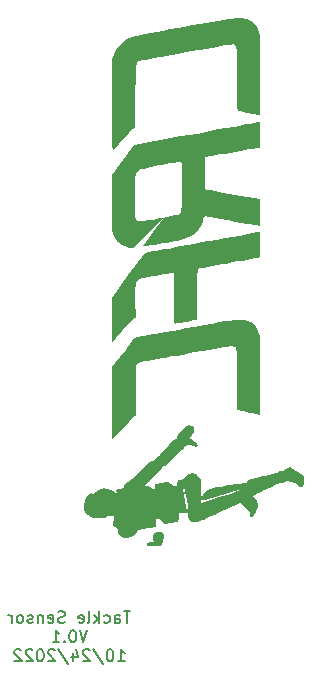
<source format=gbo>
%TF.GenerationSoftware,KiCad,Pcbnew,(6.0.1-0)*%
%TF.CreationDate,2022-10-24T18:59:45-05:00*%
%TF.ProjectId,tackle_sensor_hardware,7461636b-6c65-45f7-9365-6e736f725f68,rev?*%
%TF.SameCoordinates,Original*%
%TF.FileFunction,Legend,Bot*%
%TF.FilePolarity,Positive*%
%FSLAX46Y46*%
G04 Gerber Fmt 4.6, Leading zero omitted, Abs format (unit mm)*
G04 Created by KiCad (PCBNEW (6.0.1-0)) date 2022-10-24 18:59:45*
%MOMM*%
%LPD*%
G01*
G04 APERTURE LIST*
G04 Aperture macros list*
%AMRoundRect*
0 Rectangle with rounded corners*
0 $1 Rounding radius*
0 $2 $3 $4 $5 $6 $7 $8 $9 X,Y pos of 4 corners*
0 Add a 4 corners polygon primitive as box body*
4,1,4,$2,$3,$4,$5,$6,$7,$8,$9,$2,$3,0*
0 Add four circle primitives for the rounded corners*
1,1,$1+$1,$2,$3*
1,1,$1+$1,$4,$5*
1,1,$1+$1,$6,$7*
1,1,$1+$1,$8,$9*
0 Add four rect primitives between the rounded corners*
20,1,$1+$1,$2,$3,$4,$5,0*
20,1,$1+$1,$4,$5,$6,$7,0*
20,1,$1+$1,$6,$7,$8,$9,0*
20,1,$1+$1,$8,$9,$2,$3,0*%
G04 Aperture macros list end*
%ADD10C,0.150000*%
%ADD11C,0.300000*%
%ADD12RoundRect,0.250000X-0.725000X0.600000X-0.725000X-0.600000X0.725000X-0.600000X0.725000X0.600000X0*%
%ADD13O,1.950000X1.700000*%
%ADD14C,3.200000*%
%ADD15RoundRect,0.250000X0.750000X-0.600000X0.750000X0.600000X-0.750000X0.600000X-0.750000X-0.600000X0*%
%ADD16O,2.000000X1.700000*%
G04 APERTURE END LIST*
D10*
X140040666Y-123724780D02*
X139469238Y-123724780D01*
X139754952Y-124724780D02*
X139754952Y-123724780D01*
X138707333Y-124724780D02*
X138707333Y-124200971D01*
X138754952Y-124105733D01*
X138850190Y-124058114D01*
X139040666Y-124058114D01*
X139135904Y-124105733D01*
X138707333Y-124677161D02*
X138802571Y-124724780D01*
X139040666Y-124724780D01*
X139135904Y-124677161D01*
X139183523Y-124581923D01*
X139183523Y-124486685D01*
X139135904Y-124391447D01*
X139040666Y-124343828D01*
X138802571Y-124343828D01*
X138707333Y-124296209D01*
X137802571Y-124677161D02*
X137897809Y-124724780D01*
X138088285Y-124724780D01*
X138183523Y-124677161D01*
X138231142Y-124629542D01*
X138278761Y-124534304D01*
X138278761Y-124248590D01*
X138231142Y-124153352D01*
X138183523Y-124105733D01*
X138088285Y-124058114D01*
X137897809Y-124058114D01*
X137802571Y-124105733D01*
X137374000Y-124724780D02*
X137374000Y-123724780D01*
X137278761Y-124343828D02*
X136993047Y-124724780D01*
X136993047Y-124058114D02*
X137374000Y-124439066D01*
X136421619Y-124724780D02*
X136516857Y-124677161D01*
X136564476Y-124581923D01*
X136564476Y-123724780D01*
X135659714Y-124677161D02*
X135754952Y-124724780D01*
X135945428Y-124724780D01*
X136040666Y-124677161D01*
X136088285Y-124581923D01*
X136088285Y-124200971D01*
X136040666Y-124105733D01*
X135945428Y-124058114D01*
X135754952Y-124058114D01*
X135659714Y-124105733D01*
X135612095Y-124200971D01*
X135612095Y-124296209D01*
X136088285Y-124391447D01*
X134469238Y-124677161D02*
X134326380Y-124724780D01*
X134088285Y-124724780D01*
X133993047Y-124677161D01*
X133945428Y-124629542D01*
X133897809Y-124534304D01*
X133897809Y-124439066D01*
X133945428Y-124343828D01*
X133993047Y-124296209D01*
X134088285Y-124248590D01*
X134278761Y-124200971D01*
X134374000Y-124153352D01*
X134421619Y-124105733D01*
X134469238Y-124010495D01*
X134469238Y-123915257D01*
X134421619Y-123820019D01*
X134374000Y-123772400D01*
X134278761Y-123724780D01*
X134040666Y-123724780D01*
X133897809Y-123772400D01*
X133088285Y-124677161D02*
X133183523Y-124724780D01*
X133374000Y-124724780D01*
X133469238Y-124677161D01*
X133516857Y-124581923D01*
X133516857Y-124200971D01*
X133469238Y-124105733D01*
X133374000Y-124058114D01*
X133183523Y-124058114D01*
X133088285Y-124105733D01*
X133040666Y-124200971D01*
X133040666Y-124296209D01*
X133516857Y-124391447D01*
X132612095Y-124058114D02*
X132612095Y-124724780D01*
X132612095Y-124153352D02*
X132564476Y-124105733D01*
X132469238Y-124058114D01*
X132326380Y-124058114D01*
X132231142Y-124105733D01*
X132183523Y-124200971D01*
X132183523Y-124724780D01*
X131754952Y-124677161D02*
X131659714Y-124724780D01*
X131469238Y-124724780D01*
X131374000Y-124677161D01*
X131326380Y-124581923D01*
X131326380Y-124534304D01*
X131374000Y-124439066D01*
X131469238Y-124391447D01*
X131612095Y-124391447D01*
X131707333Y-124343828D01*
X131754952Y-124248590D01*
X131754952Y-124200971D01*
X131707333Y-124105733D01*
X131612095Y-124058114D01*
X131469238Y-124058114D01*
X131374000Y-124105733D01*
X130754952Y-124724780D02*
X130850190Y-124677161D01*
X130897809Y-124629542D01*
X130945428Y-124534304D01*
X130945428Y-124248590D01*
X130897809Y-124153352D01*
X130850190Y-124105733D01*
X130754952Y-124058114D01*
X130612095Y-124058114D01*
X130516857Y-124105733D01*
X130469238Y-124153352D01*
X130421619Y-124248590D01*
X130421619Y-124534304D01*
X130469238Y-124629542D01*
X130516857Y-124677161D01*
X130612095Y-124724780D01*
X130754952Y-124724780D01*
X129993047Y-124724780D02*
X129993047Y-124058114D01*
X129993047Y-124248590D02*
X129945428Y-124153352D01*
X129897809Y-124105733D01*
X129802571Y-124058114D01*
X129707333Y-124058114D01*
X136397809Y-125334780D02*
X136064476Y-126334780D01*
X135731142Y-125334780D01*
X135207333Y-125334780D02*
X135112095Y-125334780D01*
X135016857Y-125382400D01*
X134969238Y-125430019D01*
X134921619Y-125525257D01*
X134874000Y-125715733D01*
X134874000Y-125953828D01*
X134921619Y-126144304D01*
X134969238Y-126239542D01*
X135016857Y-126287161D01*
X135112095Y-126334780D01*
X135207333Y-126334780D01*
X135302571Y-126287161D01*
X135350190Y-126239542D01*
X135397809Y-126144304D01*
X135445428Y-125953828D01*
X135445428Y-125715733D01*
X135397809Y-125525257D01*
X135350190Y-125430019D01*
X135302571Y-125382400D01*
X135207333Y-125334780D01*
X134445428Y-126239542D02*
X134397809Y-126287161D01*
X134445428Y-126334780D01*
X134493047Y-126287161D01*
X134445428Y-126239542D01*
X134445428Y-126334780D01*
X133445428Y-126334780D02*
X134016857Y-126334780D01*
X133731142Y-126334780D02*
X133731142Y-125334780D01*
X133826380Y-125477638D01*
X133921619Y-125572876D01*
X134016857Y-125620495D01*
X138969238Y-127944780D02*
X139540666Y-127944780D01*
X139254952Y-127944780D02*
X139254952Y-126944780D01*
X139350190Y-127087638D01*
X139445428Y-127182876D01*
X139540666Y-127230495D01*
X138350190Y-126944780D02*
X138254952Y-126944780D01*
X138159714Y-126992400D01*
X138112095Y-127040019D01*
X138064476Y-127135257D01*
X138016857Y-127325733D01*
X138016857Y-127563828D01*
X138064476Y-127754304D01*
X138112095Y-127849542D01*
X138159714Y-127897161D01*
X138254952Y-127944780D01*
X138350190Y-127944780D01*
X138445428Y-127897161D01*
X138493047Y-127849542D01*
X138540666Y-127754304D01*
X138588285Y-127563828D01*
X138588285Y-127325733D01*
X138540666Y-127135257D01*
X138493047Y-127040019D01*
X138445428Y-126992400D01*
X138350190Y-126944780D01*
X136874000Y-126897161D02*
X137731142Y-128182876D01*
X136588285Y-127040019D02*
X136540666Y-126992400D01*
X136445428Y-126944780D01*
X136207333Y-126944780D01*
X136112095Y-126992400D01*
X136064476Y-127040019D01*
X136016857Y-127135257D01*
X136016857Y-127230495D01*
X136064476Y-127373352D01*
X136635904Y-127944780D01*
X136016857Y-127944780D01*
X135159714Y-127278114D02*
X135159714Y-127944780D01*
X135397809Y-126897161D02*
X135635904Y-127611447D01*
X135016857Y-127611447D01*
X133921619Y-126897161D02*
X134778761Y-128182876D01*
X133635904Y-127040019D02*
X133588285Y-126992400D01*
X133493047Y-126944780D01*
X133254952Y-126944780D01*
X133159714Y-126992400D01*
X133112095Y-127040019D01*
X133064476Y-127135257D01*
X133064476Y-127230495D01*
X133112095Y-127373352D01*
X133683523Y-127944780D01*
X133064476Y-127944780D01*
X132445428Y-126944780D02*
X132350190Y-126944780D01*
X132254952Y-126992400D01*
X132207333Y-127040019D01*
X132159714Y-127135257D01*
X132112095Y-127325733D01*
X132112095Y-127563828D01*
X132159714Y-127754304D01*
X132207333Y-127849542D01*
X132254952Y-127897161D01*
X132350190Y-127944780D01*
X132445428Y-127944780D01*
X132540666Y-127897161D01*
X132588285Y-127849542D01*
X132635904Y-127754304D01*
X132683523Y-127563828D01*
X132683523Y-127325733D01*
X132635904Y-127135257D01*
X132588285Y-127040019D01*
X132540666Y-126992400D01*
X132445428Y-126944780D01*
X131731142Y-127040019D02*
X131683523Y-126992400D01*
X131588285Y-126944780D01*
X131350190Y-126944780D01*
X131254952Y-126992400D01*
X131207333Y-127040019D01*
X131159714Y-127135257D01*
X131159714Y-127230495D01*
X131207333Y-127373352D01*
X131778761Y-127944780D01*
X131159714Y-127944780D01*
X130778761Y-127040019D02*
X130731142Y-126992400D01*
X130635904Y-126944780D01*
X130397809Y-126944780D01*
X130302571Y-126992400D01*
X130254952Y-127040019D01*
X130207333Y-127135257D01*
X130207333Y-127230495D01*
X130254952Y-127373352D01*
X130826380Y-127944780D01*
X130207333Y-127944780D01*
D11*
%TO.C,G\u002A\u002A\u002A*%
X144016717Y-94498472D02*
X143944145Y-94353329D01*
X143944145Y-94135615D01*
X144016717Y-93917901D01*
X144161859Y-93772758D01*
X144307002Y-93700186D01*
X144597288Y-93627615D01*
X144815002Y-93627615D01*
X145105288Y-93700186D01*
X145250431Y-93772758D01*
X145395574Y-93917901D01*
X145468145Y-94135615D01*
X145468145Y-94280758D01*
X145395574Y-94498472D01*
X145323002Y-94571044D01*
X144815002Y-94571044D01*
X144815002Y-94280758D01*
X143944145Y-95441901D02*
X144307002Y-95441901D01*
X144161859Y-95079044D02*
X144307002Y-95441901D01*
X144161859Y-95804758D01*
X144597288Y-95224186D02*
X144307002Y-95441901D01*
X144597288Y-95659615D01*
X143944145Y-96603044D02*
X144307002Y-96603044D01*
X144161859Y-96240186D02*
X144307002Y-96603044D01*
X144161859Y-96965901D01*
X144597288Y-96385329D02*
X144307002Y-96603044D01*
X144597288Y-96820758D01*
X143944145Y-97764186D02*
X144307002Y-97764186D01*
X144161859Y-97401329D02*
X144307002Y-97764186D01*
X144161859Y-98127044D01*
X144597288Y-97546472D02*
X144307002Y-97764186D01*
X144597288Y-97981901D01*
X144016717Y-94447672D02*
X143944145Y-94302529D01*
X143944145Y-94084815D01*
X144016717Y-93867101D01*
X144161859Y-93721958D01*
X144307002Y-93649386D01*
X144597288Y-93576815D01*
X144815002Y-93576815D01*
X145105288Y-93649386D01*
X145250431Y-93721958D01*
X145395574Y-93867101D01*
X145468145Y-94084815D01*
X145468145Y-94229958D01*
X145395574Y-94447672D01*
X145323002Y-94520244D01*
X144815002Y-94520244D01*
X144815002Y-94229958D01*
X143944145Y-95391101D02*
X144307002Y-95391101D01*
X144161859Y-95028244D02*
X144307002Y-95391101D01*
X144161859Y-95753958D01*
X144597288Y-95173386D02*
X144307002Y-95391101D01*
X144597288Y-95608815D01*
X143944145Y-96552244D02*
X144307002Y-96552244D01*
X144161859Y-96189386D02*
X144307002Y-96552244D01*
X144161859Y-96915101D01*
X144597288Y-96334529D02*
X144307002Y-96552244D01*
X144597288Y-96769958D01*
X143944145Y-97713386D02*
X144307002Y-97713386D01*
X144161859Y-97350529D02*
X144307002Y-97713386D01*
X144161859Y-98076244D01*
X144597288Y-97495672D02*
X144307002Y-97713386D01*
X144597288Y-97931101D01*
G36*
X145190978Y-108002966D02*
G01*
X145324891Y-108066399D01*
X145395446Y-108195313D01*
X145417850Y-108400034D01*
X145410425Y-108549029D01*
X145363317Y-108668376D01*
X145252753Y-108779812D01*
X145159491Y-108880254D01*
X145110515Y-109028418D01*
X145164871Y-109162850D01*
X145320384Y-109267858D01*
X145382181Y-109295321D01*
X145573888Y-109408737D01*
X145705237Y-109532130D01*
X145753967Y-109646080D01*
X145753665Y-109657635D01*
X145707030Y-109754211D01*
X145587288Y-109778140D01*
X145403514Y-109727317D01*
X145391360Y-109722410D01*
X145197776Y-109669660D01*
X144998205Y-109647951D01*
X144930596Y-109650741D01*
X144862258Y-109665784D01*
X144787081Y-109702473D01*
X144693560Y-109770194D01*
X144570192Y-109878334D01*
X144405474Y-110036278D01*
X144187901Y-110253411D01*
X143905972Y-110539121D01*
X143754302Y-110692502D01*
X143467241Y-110976788D01*
X143242037Y-111189484D01*
X143071327Y-111337119D01*
X142947750Y-111426222D01*
X142863946Y-111463321D01*
X142857630Y-111464632D01*
X142751310Y-111506524D01*
X142720060Y-111560149D01*
X142700535Y-111607404D01*
X142615594Y-111715978D01*
X142478209Y-111864877D01*
X142303774Y-112036484D01*
X142195135Y-112139046D01*
X141953033Y-112368298D01*
X141712396Y-112596923D01*
X141512128Y-112787990D01*
X141158036Y-113126959D01*
X141412214Y-113127926D01*
X141489329Y-113130364D01*
X141675321Y-113169247D01*
X141834537Y-113270378D01*
X141968908Y-113361418D01*
X142084321Y-113382346D01*
X142146715Y-113313622D01*
X142147924Y-113158168D01*
X142117683Y-112971811D01*
X142412913Y-112914378D01*
X142507870Y-112895903D01*
X142766389Y-112845593D01*
X143007299Y-112798696D01*
X143306456Y-112740448D01*
X143489631Y-112934670D01*
X143545280Y-112990578D01*
X143694020Y-113097348D01*
X143843152Y-113128893D01*
X143906841Y-113127682D01*
X143980216Y-113107110D01*
X144008706Y-113037470D01*
X144013496Y-112888920D01*
X144014700Y-112785778D01*
X144033970Y-112686438D01*
X144099098Y-112639733D01*
X144238101Y-112611000D01*
X144365736Y-112577279D01*
X144521648Y-112487555D01*
X144693034Y-112325760D01*
X144802991Y-112212748D01*
X144919622Y-112121929D01*
X145043148Y-112077252D01*
X145216287Y-112056755D01*
X145359721Y-112051413D01*
X145533818Y-112074492D01*
X145683339Y-112144445D01*
X145696553Y-112152926D01*
X145888307Y-112333097D01*
X145992514Y-112554809D01*
X145998569Y-112796142D01*
X145984207Y-112915678D01*
X145975549Y-113124796D01*
X145979626Y-113346452D01*
X145988480Y-113579646D01*
X145994210Y-113865102D01*
X145995308Y-114135103D01*
X145992362Y-114570221D01*
X147083336Y-114214788D01*
X147098518Y-114209842D01*
X147467044Y-114090395D01*
X147838402Y-113971032D01*
X148186046Y-113860218D01*
X148483431Y-113766414D01*
X148704012Y-113698085D01*
X148862256Y-113648204D01*
X149054106Y-113582174D01*
X149185460Y-113529848D01*
X149234312Y-113499468D01*
X149225837Y-113489867D01*
X149191434Y-113489549D01*
X149121281Y-113502115D01*
X149005611Y-113530217D01*
X148834652Y-113576505D01*
X148598635Y-113643631D01*
X148287792Y-113734245D01*
X147892351Y-113851000D01*
X147402544Y-113996545D01*
X147261295Y-114038134D01*
X146929793Y-114131989D01*
X146637590Y-114209536D01*
X146400829Y-114266781D01*
X146235657Y-114299730D01*
X146158217Y-114304389D01*
X146118748Y-114277415D01*
X146085476Y-114172960D01*
X146110254Y-114022494D01*
X146182334Y-113848888D01*
X146290966Y-113675011D01*
X146425398Y-113523734D01*
X146574883Y-113417927D01*
X146655678Y-113388725D01*
X146832715Y-113342011D01*
X147075452Y-113287552D01*
X147364764Y-113228711D01*
X147681525Y-113168848D01*
X148006611Y-113111323D01*
X148320896Y-113059497D01*
X148605255Y-113016731D01*
X148840563Y-112986386D01*
X149007694Y-112971822D01*
X149087525Y-112976400D01*
X149098084Y-112981361D01*
X149211451Y-112986917D01*
X149367278Y-112913562D01*
X149448751Y-112867341D01*
X149572270Y-112830916D01*
X149694970Y-112856089D01*
X149755085Y-112879020D01*
X149843376Y-112903901D01*
X149882200Y-112874541D01*
X149909527Y-112776930D01*
X149951575Y-112681657D01*
X150037800Y-112592132D01*
X150057591Y-112584232D01*
X150174570Y-112550259D01*
X150374342Y-112499312D01*
X150640037Y-112435485D01*
X150954785Y-112362869D01*
X151301719Y-112285556D01*
X151441985Y-112254388D01*
X151778187Y-112175977D01*
X152075344Y-112101555D01*
X152316588Y-112035640D01*
X152485051Y-111982752D01*
X152563863Y-111947409D01*
X152663516Y-111891620D01*
X152813013Y-111857579D01*
X152937161Y-111831880D01*
X153050584Y-111768640D01*
X153063959Y-111756167D01*
X153177308Y-111672353D01*
X153323447Y-111584478D01*
X153515121Y-111481391D01*
X154091178Y-111826813D01*
X154094281Y-111828675D01*
X154321216Y-111971087D01*
X154515007Y-112104242D01*
X154655182Y-112213303D01*
X154721266Y-112283433D01*
X154735224Y-112314331D01*
X154772603Y-112461944D01*
X154769083Y-112647948D01*
X154724844Y-112903621D01*
X154721461Y-112919211D01*
X154675518Y-113081272D01*
X154616683Y-113167647D01*
X154524962Y-113208867D01*
X154428130Y-113219634D01*
X154341749Y-113173111D01*
X154333764Y-113159473D01*
X154247646Y-113043179D01*
X154133450Y-112955671D01*
X153964762Y-112881430D01*
X153715170Y-112804936D01*
X153547678Y-112759416D01*
X153387667Y-112722289D01*
X153283857Y-112713347D01*
X153208367Y-112731113D01*
X153133317Y-112774109D01*
X152999936Y-112831558D01*
X152841065Y-112850342D01*
X152707476Y-112861529D01*
X152552682Y-112921151D01*
X152546671Y-112924832D01*
X152445481Y-112978490D01*
X152264984Y-113067546D01*
X152022831Y-113183535D01*
X151736670Y-113317991D01*
X151424149Y-113462450D01*
X151362022Y-113491001D01*
X151066624Y-113628623D01*
X150811041Y-113750721D01*
X150610107Y-113849992D01*
X150478661Y-113919138D01*
X150431537Y-113950858D01*
X150440450Y-113972946D01*
X150499124Y-114062931D01*
X150594527Y-114189336D01*
X150632775Y-114241066D01*
X150742747Y-114428055D01*
X150814372Y-114605442D01*
X150833801Y-114689995D01*
X150838901Y-114789804D01*
X150814893Y-114903175D01*
X150755134Y-115057956D01*
X150652982Y-115281991D01*
X150590973Y-115412433D01*
X150501854Y-115584938D01*
X150434273Y-115683811D01*
X150374989Y-115726388D01*
X150310760Y-115730002D01*
X150252348Y-115716177D01*
X150204389Y-115661124D01*
X150203757Y-115536009D01*
X150203087Y-115442244D01*
X150168218Y-115341940D01*
X150082833Y-115221444D01*
X149931972Y-115054237D01*
X149920043Y-115041665D01*
X149758230Y-114878102D01*
X149606860Y-114736038D01*
X149497280Y-114644985D01*
X149397044Y-114583444D01*
X149302557Y-114572477D01*
X149170777Y-114618232D01*
X148988760Y-114696377D01*
X148593406Y-114869653D01*
X148197732Y-115048693D01*
X147769601Y-115248167D01*
X147276879Y-115482742D01*
X147168233Y-115534850D01*
X146825092Y-115699085D01*
X146564026Y-115823198D01*
X146372556Y-115912885D01*
X146238208Y-115973840D01*
X146148502Y-116011757D01*
X146090962Y-116032330D01*
X146053111Y-116041255D01*
X146034563Y-116045823D01*
X145930370Y-116083358D01*
X145785967Y-116143811D01*
X145774529Y-116148770D01*
X145515241Y-116208850D01*
X145271999Y-116169749D01*
X145064926Y-116034518D01*
X145061036Y-116030616D01*
X145001282Y-115962428D01*
X144964152Y-115887080D01*
X144944987Y-115779183D01*
X144939128Y-115613354D01*
X144941917Y-115364204D01*
X144943681Y-115216783D01*
X144942391Y-115005692D01*
X144936552Y-114851505D01*
X144926836Y-114780135D01*
X144918137Y-114759403D01*
X144891591Y-114668979D01*
X144852225Y-114507776D01*
X144797985Y-114266806D01*
X144726820Y-113937084D01*
X144636677Y-113509621D01*
X144505772Y-112884139D01*
X144534866Y-113346452D01*
X144535218Y-113352024D01*
X144584799Y-113905197D01*
X144659121Y-114422193D01*
X144753045Y-114867194D01*
X144784211Y-114990188D01*
X144827134Y-115192474D01*
X144827270Y-115317182D01*
X144775105Y-115383054D01*
X144661123Y-115408833D01*
X144475809Y-115413262D01*
X144122275Y-115413262D01*
X144122275Y-115765758D01*
X144118946Y-115954928D01*
X144103123Y-116066058D01*
X144066282Y-116120959D01*
X143999899Y-116146126D01*
X143970747Y-116152683D01*
X143832100Y-116183314D01*
X143631990Y-116227106D01*
X143403164Y-116276884D01*
X142928807Y-116379772D01*
X142750488Y-116143548D01*
X142632052Y-115994945D01*
X142531717Y-115901864D01*
X142440510Y-115870730D01*
X142332661Y-115885638D01*
X142292573Y-115899736D01*
X142245280Y-115947645D01*
X142223742Y-116047975D01*
X142218635Y-116228791D01*
X142214870Y-116343837D01*
X142191264Y-116509315D01*
X142150648Y-116595978D01*
X142145295Y-116599600D01*
X142049257Y-116630824D01*
X141881494Y-116661871D01*
X141674738Y-116686515D01*
X141445089Y-116711440D01*
X141170504Y-116749281D01*
X140940477Y-116788895D01*
X140844829Y-116809280D01*
X140698713Y-116852343D01*
X140624423Y-116903323D01*
X140596904Y-116975852D01*
X140560723Y-117060272D01*
X140437653Y-117189850D01*
X140254745Y-117317481D01*
X140039042Y-117427743D01*
X139817589Y-117505211D01*
X139617430Y-117534461D01*
X139549415Y-117530233D01*
X139322131Y-117453445D01*
X139132826Y-117297618D01*
X139003275Y-117085582D01*
X138955252Y-116840169D01*
X138948054Y-116763999D01*
X138892575Y-116671583D01*
X138758692Y-116590640D01*
X138562132Y-116496907D01*
X138637580Y-115691765D01*
X138429286Y-115656839D01*
X138395097Y-115651017D01*
X138252324Y-115624775D01*
X138166601Y-115605957D01*
X138154567Y-115605387D01*
X138070575Y-115644580D01*
X137959008Y-115732788D01*
X137936958Y-115752959D01*
X137849350Y-115818607D01*
X137750223Y-115855096D01*
X137607204Y-115870331D01*
X137387916Y-115872216D01*
X137338334Y-115871581D01*
X137083446Y-115855544D01*
X136877699Y-115811410D01*
X136670884Y-115729161D01*
X136446733Y-115611771D01*
X136291488Y-115488935D01*
X136194920Y-115340780D01*
X136132972Y-115141001D01*
X136116809Y-115054266D01*
X136108197Y-114716267D01*
X136174871Y-114381357D01*
X136307963Y-114080933D01*
X136498606Y-113846390D01*
X136508837Y-113837442D01*
X136619319Y-113762458D01*
X136730125Y-113752059D01*
X136888442Y-113800717D01*
X136977044Y-113779415D01*
X137079745Y-113657599D01*
X137120481Y-113598769D01*
X137293700Y-113442402D01*
X137528281Y-113355501D01*
X137840263Y-113331183D01*
X138076464Y-113348999D01*
X138412842Y-113436050D01*
X138682617Y-113586489D01*
X138877546Y-113790529D01*
X138989386Y-114038380D01*
X139009896Y-114320252D01*
X138930832Y-114626357D01*
X138916441Y-114661974D01*
X138880175Y-114771049D01*
X138879218Y-114814975D01*
X138909375Y-114792013D01*
X138960814Y-114690693D01*
X139010947Y-114539717D01*
X139048958Y-114373519D01*
X139064031Y-114226535D01*
X139060304Y-114168239D01*
X139015278Y-113968850D01*
X138934413Y-113771552D01*
X138909351Y-113722770D01*
X138842809Y-113542609D01*
X138860189Y-113426735D01*
X138967217Y-113364798D01*
X139169617Y-113346452D01*
X139256262Y-113345512D01*
X139377198Y-113331355D01*
X139437564Y-113287241D01*
X139470090Y-113196880D01*
X139504575Y-113103914D01*
X139595440Y-112959435D01*
X139705350Y-112847511D01*
X139805071Y-112802555D01*
X139841341Y-112794173D01*
X139917967Y-112726113D01*
X139927029Y-112714164D01*
X140003781Y-112634962D01*
X140145251Y-112499557D01*
X140338811Y-112319725D01*
X140571835Y-112107241D01*
X140831697Y-111873883D01*
X140926225Y-111789444D01*
X141175177Y-111565332D01*
X141391173Y-111368406D01*
X141562076Y-111209880D01*
X141675751Y-111100972D01*
X141720063Y-111052895D01*
X141771454Y-111022372D01*
X141886445Y-111007694D01*
X141906983Y-111006684D01*
X141994608Y-110978881D01*
X142101974Y-110903497D01*
X142244775Y-110767780D01*
X142438705Y-110558979D01*
X142508984Y-110481172D01*
X142785551Y-110179590D01*
X143052521Y-109895242D01*
X143299394Y-109638759D01*
X143515670Y-109420770D01*
X143690848Y-109251903D01*
X143814430Y-109142788D01*
X143875916Y-109104054D01*
X143887779Y-109101027D01*
X143947741Y-109034837D01*
X144007696Y-108909250D01*
X144055604Y-108819059D01*
X144164366Y-108668294D01*
X144308982Y-108494452D01*
X144469163Y-108319506D01*
X144624621Y-108165426D01*
X144755064Y-108054182D01*
X144840205Y-108007746D01*
X144978505Y-107994688D01*
X145190978Y-108002966D01*
G37*
G36*
X149885578Y-73570596D02*
G01*
X150258097Y-73728985D01*
X150560959Y-73967378D01*
X150790621Y-74283571D01*
X150943537Y-74675360D01*
X150957472Y-74739201D01*
X150972243Y-74842747D01*
X150984774Y-74982259D01*
X150995249Y-75165825D01*
X151003847Y-75401538D01*
X151010751Y-75697486D01*
X151016141Y-76061761D01*
X151020198Y-76502452D01*
X151023105Y-77027651D01*
X151025042Y-77645446D01*
X151026191Y-78363929D01*
X151026750Y-78992299D01*
X151026892Y-79592597D01*
X151026324Y-80099034D01*
X151024833Y-80519454D01*
X151022204Y-80861700D01*
X151018224Y-81133616D01*
X151012679Y-81343046D01*
X151005356Y-81497834D01*
X150996041Y-81605824D01*
X150984521Y-81674859D01*
X150970581Y-81712784D01*
X150954008Y-81727442D01*
X150934588Y-81726677D01*
X150910999Y-81720650D01*
X150788120Y-81692038D01*
X150589399Y-81647421D01*
X150336416Y-81591615D01*
X150050755Y-81529438D01*
X149929947Y-81503229D01*
X149655185Y-81442991D01*
X149422038Y-81391017D01*
X149252089Y-81352149D01*
X149166922Y-81331226D01*
X149164159Y-81330366D01*
X149142557Y-81316916D01*
X149124596Y-81286178D01*
X149109943Y-81229003D01*
X149098264Y-81136242D01*
X149089224Y-80998746D01*
X149082491Y-80807366D01*
X149077731Y-80552953D01*
X149074609Y-80226357D01*
X149072793Y-79818429D01*
X149071948Y-79320020D01*
X149071740Y-78721982D01*
X149071732Y-78602873D01*
X149071200Y-77983240D01*
X149069220Y-77462069D01*
X149064947Y-77030578D01*
X149057533Y-76679986D01*
X149046132Y-76401512D01*
X149029896Y-76186374D01*
X149007979Y-76025790D01*
X148979532Y-75910979D01*
X148943711Y-75833161D01*
X148899666Y-75783552D01*
X148846552Y-75753373D01*
X148783521Y-75733841D01*
X148756747Y-75730940D01*
X148694115Y-75732981D01*
X148595239Y-75742499D01*
X148454672Y-75760408D01*
X148266970Y-75787624D01*
X148026685Y-75825062D01*
X147728372Y-75873636D01*
X147366585Y-75934262D01*
X146935879Y-76007855D01*
X146430808Y-76095330D01*
X145845925Y-76197602D01*
X145175785Y-76315586D01*
X144414942Y-76450197D01*
X143557950Y-76602350D01*
X142599363Y-76772960D01*
X142429370Y-76803420D01*
X142021358Y-76877988D01*
X141648214Y-76948189D01*
X141324400Y-77011175D01*
X141064377Y-77064102D01*
X140882609Y-77104122D01*
X140793556Y-77128388D01*
X140746078Y-77147835D01*
X140687166Y-77176453D01*
X140638039Y-77214122D01*
X140597672Y-77269909D01*
X140565042Y-77352878D01*
X140539121Y-77472094D01*
X140518886Y-77636624D01*
X140503312Y-77855531D01*
X140491373Y-78137882D01*
X140482045Y-78492741D01*
X140474301Y-78929174D01*
X140467119Y-79456245D01*
X140459471Y-80083021D01*
X140427317Y-82741178D01*
X140004025Y-83182830D01*
X139863529Y-83330679D01*
X139615753Y-83595273D01*
X139358025Y-83874137D01*
X139127779Y-84126936D01*
X139063535Y-84199350D01*
X138944748Y-84337973D01*
X138842476Y-84458227D01*
X138755529Y-84554085D01*
X138682717Y-84619520D01*
X138622850Y-84648505D01*
X138574738Y-84635014D01*
X138537191Y-84573020D01*
X138509018Y-84456495D01*
X138489029Y-84279414D01*
X138476034Y-84035750D01*
X138468844Y-83719474D01*
X138466268Y-83324562D01*
X138467115Y-82844986D01*
X138470196Y-82274718D01*
X138474321Y-81607733D01*
X138478299Y-80838004D01*
X138494943Y-76932533D01*
X138621810Y-76591121D01*
X138693917Y-76416425D01*
X138953520Y-75973765D01*
X139295906Y-75599706D01*
X139716695Y-75298429D01*
X140211505Y-75074113D01*
X140228457Y-75068690D01*
X140367085Y-75033817D01*
X140600202Y-74983122D01*
X140917361Y-74918472D01*
X141308115Y-74841735D01*
X141762017Y-74754779D01*
X142268622Y-74659473D01*
X142817481Y-74557685D01*
X143398148Y-74451283D01*
X144000176Y-74342135D01*
X144613119Y-74232110D01*
X145226529Y-74123074D01*
X145829960Y-74016897D01*
X146412965Y-73915447D01*
X146965098Y-73820591D01*
X147475911Y-73734198D01*
X147934958Y-73658136D01*
X148331791Y-73594273D01*
X148655965Y-73544477D01*
X148897032Y-73510617D01*
X149044545Y-73494560D01*
X149446949Y-73494416D01*
X149885578Y-73570596D01*
G37*
G36*
X146069986Y-83201784D02*
G01*
X146797199Y-83065597D01*
X147490222Y-82935988D01*
X148141781Y-82814308D01*
X148744605Y-82701907D01*
X149291423Y-82600138D01*
X149774962Y-82510351D01*
X150187952Y-82433898D01*
X150523120Y-82372129D01*
X150773195Y-82326396D01*
X150930905Y-82298049D01*
X150988978Y-82288441D01*
X150991492Y-82290591D01*
X151003643Y-82362085D01*
X151014157Y-82522856D01*
X151022424Y-82756592D01*
X151027832Y-83046983D01*
X151029770Y-83377715D01*
X151029692Y-83445019D01*
X151027026Y-83768977D01*
X151021010Y-84049283D01*
X151012257Y-84269657D01*
X151001376Y-84413817D01*
X150988978Y-84465483D01*
X150975794Y-84467099D01*
X150874215Y-84483379D01*
X150684930Y-84515234D01*
X150421633Y-84560267D01*
X150098022Y-84616079D01*
X149727792Y-84680274D01*
X149324640Y-84750453D01*
X148902262Y-84824218D01*
X148474353Y-84899173D01*
X148054611Y-84972920D01*
X147656731Y-85043061D01*
X147294409Y-85107198D01*
X146981343Y-85162933D01*
X146731226Y-85207870D01*
X146557757Y-85239610D01*
X146474631Y-85255757D01*
X146352254Y-85283428D01*
X146352254Y-87995913D01*
X146556216Y-88034701D01*
X146570261Y-88037351D01*
X146691648Y-88059924D01*
X146904090Y-88099184D01*
X147194709Y-88152758D01*
X147550625Y-88218277D01*
X147958961Y-88293369D01*
X148406838Y-88375663D01*
X148881376Y-88462787D01*
X151002575Y-88852086D01*
X151017276Y-89976571D01*
X151018381Y-90075023D01*
X151019279Y-90401724D01*
X151015853Y-90683679D01*
X151008574Y-90904888D01*
X150997908Y-91049347D01*
X150984327Y-91101056D01*
X150983466Y-91101027D01*
X150913988Y-91090581D01*
X150752606Y-91063066D01*
X150513612Y-91021019D01*
X150211303Y-90966975D01*
X149859970Y-90903471D01*
X149473908Y-90833043D01*
X148937311Y-90734937D01*
X148267947Y-90613321D01*
X147701686Y-90511468D01*
X147236335Y-90428993D01*
X146869701Y-90365513D01*
X146599591Y-90320645D01*
X146423812Y-90294005D01*
X146340171Y-90285210D01*
X146321145Y-90288147D01*
X146260862Y-90357969D01*
X146219555Y-90527080D01*
X146158529Y-90768322D01*
X146018487Y-91090359D01*
X145828910Y-91396314D01*
X145612712Y-91644014D01*
X145559516Y-91691008D01*
X145207346Y-91932173D01*
X144767935Y-92136336D01*
X144256313Y-92296272D01*
X144242545Y-92299670D01*
X144054122Y-92341957D01*
X143799544Y-92393694D01*
X143494545Y-92452193D01*
X143154857Y-92514768D01*
X142796212Y-92578730D01*
X142434344Y-92641391D01*
X142084984Y-92700063D01*
X141763866Y-92752060D01*
X141486720Y-92794692D01*
X141269281Y-92825273D01*
X141127281Y-92841114D01*
X141076451Y-92839528D01*
X141077445Y-92835281D01*
X141117764Y-92764831D01*
X141207460Y-92629266D01*
X141333324Y-92447439D01*
X141482146Y-92238202D01*
X141640715Y-92020409D01*
X141795820Y-91812911D01*
X141827946Y-91770207D01*
X141964072Y-91583652D01*
X142093054Y-91400199D01*
X142163805Y-91300487D01*
X142308227Y-91107756D01*
X142454770Y-90922112D01*
X142510567Y-90853101D01*
X142620077Y-90709725D01*
X142657869Y-90643802D01*
X142625737Y-90653743D01*
X142525474Y-90737961D01*
X142358876Y-90894868D01*
X142127736Y-91122876D01*
X141833848Y-91420396D01*
X141479007Y-91785841D01*
X140343509Y-92963122D01*
X140013182Y-92936607D01*
X139717711Y-92889888D01*
X139316997Y-92738247D01*
X138962705Y-92488257D01*
X138880398Y-92408404D01*
X138773954Y-92271424D01*
X138687945Y-92098385D01*
X138602232Y-91853839D01*
X138465744Y-91421779D01*
X138465744Y-88853597D01*
X140422674Y-88853597D01*
X140424937Y-89242867D01*
X140429877Y-89605912D01*
X140437526Y-89926574D01*
X140447919Y-90188697D01*
X140461089Y-90376125D01*
X140477072Y-90472702D01*
X140488331Y-90501319D01*
X140526827Y-90577711D01*
X140579290Y-90634267D01*
X140657350Y-90671014D01*
X140772634Y-90687978D01*
X140936772Y-90685189D01*
X141161392Y-90662672D01*
X141458122Y-90620456D01*
X141838591Y-90558568D01*
X142314428Y-90477036D01*
X142341941Y-90472263D01*
X142743605Y-90400904D01*
X143118586Y-90331312D01*
X143450758Y-90266704D01*
X143723998Y-90210296D01*
X143922181Y-90165304D01*
X144029183Y-90134947D01*
X144198952Y-90034435D01*
X144314729Y-89900441D01*
X144326718Y-89872552D01*
X144345520Y-89799526D01*
X144360630Y-89689269D01*
X144372415Y-89531560D01*
X144381239Y-89316181D01*
X144387467Y-89032909D01*
X144391464Y-88671525D01*
X144393595Y-88221809D01*
X144394224Y-87673539D01*
X144394224Y-87650988D01*
X144393955Y-87125228D01*
X144392866Y-86697911D01*
X144390493Y-86359088D01*
X144386375Y-86098810D01*
X144380046Y-85907128D01*
X144371045Y-85774093D01*
X144358907Y-85689755D01*
X144343169Y-85644166D01*
X144323369Y-85627375D01*
X144299042Y-85629435D01*
X144286535Y-85632683D01*
X144180751Y-85655530D01*
X143986559Y-85694933D01*
X143718118Y-85748103D01*
X143389590Y-85812251D01*
X143015134Y-85884588D01*
X142608910Y-85962325D01*
X142486823Y-85985648D01*
X142086608Y-86063070D01*
X141721158Y-86135197D01*
X141404904Y-86199085D01*
X141152278Y-86251791D01*
X140977711Y-86290369D01*
X140895634Y-86311876D01*
X140764976Y-86392235D01*
X140609520Y-86547370D01*
X140484961Y-86732705D01*
X140478883Y-86751514D01*
X140463371Y-86871988D01*
X140450297Y-87079330D01*
X140439693Y-87357384D01*
X140431595Y-87689994D01*
X140426037Y-88061004D01*
X140423051Y-88454257D01*
X140422674Y-88853597D01*
X138465744Y-88853597D01*
X138465744Y-86812115D01*
X139422182Y-85540579D01*
X140378619Y-84269043D01*
X144323369Y-83529295D01*
X145663402Y-83278002D01*
X146069986Y-83201784D01*
G37*
G36*
X151029770Y-93758440D02*
G01*
X150744224Y-93816220D01*
X150696627Y-93825472D01*
X150531257Y-93856245D01*
X150278293Y-93902404D01*
X149950522Y-93961648D01*
X149560732Y-94031677D01*
X149121709Y-94110190D01*
X148646241Y-94194887D01*
X148147115Y-94283468D01*
X147846758Y-94336777D01*
X147375871Y-94420789D01*
X146944021Y-94498369D01*
X146562558Y-94567446D01*
X146242832Y-94625952D01*
X145996191Y-94671816D01*
X145833986Y-94702970D01*
X145767565Y-94717344D01*
X145765993Y-94718052D01*
X145748336Y-94751625D01*
X145733864Y-94836758D01*
X145722321Y-94981623D01*
X145713451Y-95194395D01*
X145706997Y-95483245D01*
X145702704Y-95856347D01*
X145700316Y-96321874D01*
X145699577Y-96887998D01*
X145699577Y-99034243D01*
X145414031Y-99091439D01*
X145339349Y-99106198D01*
X145098833Y-99151921D01*
X144827599Y-99201499D01*
X144548588Y-99250962D01*
X144284743Y-99296341D01*
X144059006Y-99333669D01*
X143894317Y-99358976D01*
X143813620Y-99368294D01*
X143801696Y-99361761D01*
X143785170Y-99319639D01*
X143771813Y-99230782D01*
X143761326Y-99086328D01*
X143753413Y-98877414D01*
X143747776Y-98595176D01*
X143744117Y-98230754D01*
X143742140Y-97775282D01*
X143741547Y-97219900D01*
X143741546Y-97200435D01*
X143740404Y-96607686D01*
X143737018Y-96118901D01*
X143731259Y-95729425D01*
X143722997Y-95434602D01*
X143712104Y-95229779D01*
X143698450Y-95110298D01*
X143681906Y-95071506D01*
X143679256Y-95071555D01*
X143588928Y-95081952D01*
X143412632Y-95108146D01*
X143170030Y-95146780D01*
X142880784Y-95194500D01*
X142564555Y-95247949D01*
X142241005Y-95303771D01*
X141929794Y-95358613D01*
X141650585Y-95409116D01*
X141423038Y-95451927D01*
X141266815Y-95483689D01*
X141013668Y-95548052D01*
X140808303Y-95628458D01*
X140662088Y-95730828D01*
X140548789Y-95869249D01*
X140526142Y-95909197D01*
X140502574Y-95974939D01*
X140485254Y-96068369D01*
X140473477Y-96203000D01*
X140466540Y-96392343D01*
X140463736Y-96649911D01*
X140464362Y-96989215D01*
X140467713Y-97423769D01*
X140480696Y-98834736D01*
X139722151Y-99616958D01*
X139472021Y-99877876D01*
X139230058Y-100135739D01*
X139014280Y-100370976D01*
X138841436Y-100565329D01*
X138728273Y-100700536D01*
X138492939Y-101001891D01*
X138478642Y-99093242D01*
X138464344Y-97184592D01*
X139852185Y-95291850D01*
X141240027Y-93399108D01*
X141987682Y-93259037D01*
X142189378Y-93221426D01*
X142486472Y-93166280D01*
X142862391Y-93096669D01*
X143302941Y-93015214D01*
X143793931Y-92924539D01*
X144321170Y-92827266D01*
X144870467Y-92726016D01*
X145427629Y-92623412D01*
X145696452Y-92573929D01*
X146588865Y-92409621D01*
X147380744Y-92263752D01*
X148077136Y-92135387D01*
X148683085Y-92023593D01*
X149203637Y-91927435D01*
X149643838Y-91845979D01*
X150008732Y-91778290D01*
X150303365Y-91723434D01*
X150532783Y-91680476D01*
X150702031Y-91648483D01*
X150816154Y-91626520D01*
X150880198Y-91613652D01*
X151029770Y-91581920D01*
X151029770Y-93758440D01*
G37*
G36*
X149512771Y-99052171D02*
G01*
X149680228Y-99067296D01*
X149825006Y-99094380D01*
X149885604Y-99110096D01*
X150254349Y-99265965D01*
X150557690Y-99507124D01*
X150790917Y-99828831D01*
X150949318Y-100226343D01*
X150960262Y-100277975D01*
X150974392Y-100392430D01*
X150986438Y-100559469D01*
X150996548Y-100786118D01*
X151004872Y-101079398D01*
X151011558Y-101446335D01*
X151016756Y-101893952D01*
X151020614Y-102429273D01*
X151023281Y-103059323D01*
X151024907Y-103791124D01*
X151025600Y-104310001D01*
X151026063Y-104916721D01*
X151025791Y-105428517D01*
X151024566Y-105853324D01*
X151022169Y-106199080D01*
X151018382Y-106473722D01*
X151012986Y-106685186D01*
X151005762Y-106841408D01*
X150996493Y-106950326D01*
X150984960Y-107019876D01*
X150970943Y-107057995D01*
X150954226Y-107072618D01*
X150934588Y-107071684D01*
X150930852Y-107070644D01*
X150835032Y-107047712D01*
X150658644Y-107008265D01*
X150425530Y-106957561D01*
X150159535Y-106900855D01*
X150156112Y-106900132D01*
X149877106Y-106840475D01*
X149618592Y-106783890D01*
X149409238Y-106736732D01*
X149277716Y-106705357D01*
X149075769Y-106653408D01*
X149060157Y-104077110D01*
X149059057Y-103897482D01*
X149055293Y-103329220D01*
X149051400Y-102857520D01*
X149046956Y-102472861D01*
X149041539Y-102165720D01*
X149034727Y-101926574D01*
X149026098Y-101745902D01*
X149015230Y-101614182D01*
X149001702Y-101521891D01*
X148985091Y-101459507D01*
X148964976Y-101417509D01*
X148940934Y-101386373D01*
X148847660Y-101315890D01*
X148658064Y-101271934D01*
X148620448Y-101274850D01*
X148475862Y-101294160D01*
X148243022Y-101329840D01*
X147934020Y-101379884D01*
X147560943Y-101442285D01*
X147135882Y-101515036D01*
X146670925Y-101596130D01*
X146178164Y-101683561D01*
X146031875Y-101709727D01*
X145501057Y-101804538D01*
X144972834Y-101898696D01*
X144464620Y-101989108D01*
X143993826Y-102072684D01*
X143577864Y-102146330D01*
X143234149Y-102206955D01*
X142980091Y-102251466D01*
X142798612Y-102283076D01*
X142271220Y-102375309D01*
X141837997Y-102452415D01*
X141488976Y-102517052D01*
X141214193Y-102571877D01*
X141003684Y-102619546D01*
X140847482Y-102662716D01*
X140735623Y-102704045D01*
X140658141Y-102746188D01*
X140605073Y-102791803D01*
X140566452Y-102843546D01*
X140532313Y-102904075D01*
X140514566Y-102994711D01*
X140500208Y-103193807D01*
X140489249Y-103501092D01*
X140481695Y-103916294D01*
X140477554Y-104439146D01*
X140476832Y-105069377D01*
X140479808Y-107125451D01*
X139812712Y-107830148D01*
X139662271Y-107989415D01*
X139410939Y-108256816D01*
X139170053Y-108514562D01*
X138961128Y-108739606D01*
X138805680Y-108908900D01*
X138465744Y-109282955D01*
X138465744Y-103083654D01*
X139050434Y-102324012D01*
X139163335Y-102177283D01*
X139398684Y-101871183D01*
X139633956Y-101564919D01*
X139847046Y-101287270D01*
X140015851Y-101067015D01*
X140157781Y-100886897D01*
X140301749Y-100715620D01*
X140414028Y-100594506D01*
X140478164Y-100542235D01*
X140537304Y-100528684D01*
X140692351Y-100498037D01*
X140926037Y-100453951D01*
X141223139Y-100399254D01*
X141568430Y-100336776D01*
X141946687Y-100269346D01*
X142137967Y-100235406D01*
X142543311Y-100163127D01*
X143025454Y-100076809D01*
X143565224Y-99979899D01*
X144143449Y-99875846D01*
X144740957Y-99768098D01*
X145338577Y-99660101D01*
X145917136Y-99555305D01*
X146298636Y-99486457D01*
X146964935Y-99368479D01*
X147538020Y-99270778D01*
X148026708Y-99192315D01*
X148439814Y-99132050D01*
X148786157Y-99088943D01*
X149074553Y-99061954D01*
X149313819Y-99050044D01*
X149512771Y-99052171D01*
G37*
G36*
X142671052Y-117018377D02*
G01*
X142804820Y-117075232D01*
X142887430Y-117154971D01*
X142924598Y-117260442D01*
X142876418Y-117340941D01*
X142853104Y-117379142D01*
X142855642Y-117480415D01*
X142860452Y-117553485D01*
X142818659Y-117668342D01*
X142788450Y-117719576D01*
X142785932Y-117800268D01*
X142793931Y-117822271D01*
X142761207Y-117888813D01*
X142734471Y-117926851D01*
X142736215Y-118026734D01*
X142735662Y-118088075D01*
X142659179Y-118154718D01*
X142507691Y-118184148D01*
X142299468Y-118170356D01*
X142291862Y-118169192D01*
X142105122Y-118165604D01*
X141915356Y-118195220D01*
X141896978Y-118200012D01*
X141725918Y-118224784D01*
X141583388Y-118216741D01*
X141553308Y-118208178D01*
X141475443Y-118151824D01*
X141467347Y-118035669D01*
X141477928Y-117972626D01*
X141514669Y-117914312D01*
X141602184Y-117885876D01*
X141769469Y-117871570D01*
X142054564Y-117855146D01*
X141979252Y-117674899D01*
X141951081Y-117600736D01*
X141932731Y-117471852D01*
X141974083Y-117337790D01*
X142030684Y-117204202D01*
X142075333Y-117085745D01*
X142081172Y-117073233D01*
X142167008Y-117018184D01*
X142317219Y-116990356D01*
X142496876Y-116990253D01*
X142671052Y-117018377D01*
G37*
%TD*%
%LPC*%
%TO.C,G\u002A\u002A\u002A*%
G36*
X142854005Y-90403879D02*
G01*
X142831647Y-90461977D01*
X142801434Y-90501684D01*
X142711532Y-90620848D01*
X142573187Y-90804680D01*
X142395907Y-91040538D01*
X142189198Y-91315778D01*
X141962567Y-91617758D01*
X141797421Y-91837286D01*
X141573411Y-92133138D01*
X141370955Y-92398351D01*
X141200920Y-92618782D01*
X141074170Y-92780286D01*
X141001569Y-92868722D01*
X140957376Y-92922902D01*
X140848943Y-93063564D01*
X140691609Y-93272083D01*
X140493943Y-93536962D01*
X140264516Y-93846707D01*
X140011897Y-94189819D01*
X139744657Y-94554803D01*
X139535582Y-94840993D01*
X139284556Y-95184216D01*
X139057473Y-95494274D01*
X138862365Y-95760222D01*
X138707262Y-95971115D01*
X138600195Y-96116010D01*
X138549196Y-96183960D01*
X138532893Y-96199230D01*
X138516475Y-96194367D01*
X138503071Y-96156492D01*
X138492433Y-96077185D01*
X138484312Y-95948029D01*
X138478461Y-95760606D01*
X138474630Y-95506496D01*
X138472570Y-95177283D01*
X138472034Y-94764548D01*
X138472773Y-94259872D01*
X138474539Y-93654838D01*
X138474949Y-93541124D01*
X138477530Y-93042155D01*
X138481125Y-92592221D01*
X138485579Y-92199858D01*
X138490737Y-91873600D01*
X138496446Y-91621982D01*
X138502551Y-91453539D01*
X138508898Y-91376805D01*
X138515331Y-91400316D01*
X138574901Y-91755191D01*
X138708128Y-92098398D01*
X138742670Y-92162797D01*
X138865332Y-92352988D01*
X138999255Y-92518058D01*
X139123662Y-92634364D01*
X139217776Y-92678266D01*
X139221958Y-92683374D01*
X139233102Y-92764131D01*
X139240198Y-92927921D01*
X139242665Y-93155126D01*
X139239922Y-93426125D01*
X139225449Y-94174075D01*
X139675040Y-93707851D01*
X139769332Y-93609478D01*
X139959447Y-93409543D01*
X140202665Y-93152521D01*
X140486517Y-92851635D01*
X140798532Y-92520106D01*
X141126243Y-92171158D01*
X141457179Y-91818015D01*
X141748688Y-91507800D01*
X142035825Y-91204780D01*
X142292213Y-90936821D01*
X142509198Y-90712854D01*
X142678123Y-90541808D01*
X142790335Y-90432612D01*
X142837179Y-90394197D01*
X142854005Y-90403879D01*
G37*
G36*
X142080844Y-116694714D02*
G01*
X142220165Y-116813797D01*
X142338369Y-116963369D01*
X142196917Y-116980579D01*
X142104147Y-117009591D01*
X142053736Y-117089358D01*
X142036346Y-117166314D01*
X141972152Y-117286505D01*
X141924863Y-117371951D01*
X141892297Y-117509339D01*
X141884192Y-117567489D01*
X141818398Y-117703670D01*
X141713677Y-117814824D01*
X141603074Y-117860799D01*
X141546516Y-117876694D01*
X141462669Y-117955981D01*
X141433945Y-117997850D01*
X141385590Y-118017169D01*
X141299706Y-117990854D01*
X141147580Y-117915189D01*
X140907621Y-117738252D01*
X140723513Y-117474683D01*
X140617915Y-117139753D01*
X140615405Y-117125359D01*
X140602523Y-116994984D01*
X140636026Y-116925829D01*
X140733979Y-116876995D01*
X140826120Y-116847997D01*
X141028850Y-116799506D01*
X141277602Y-116750291D01*
X141535291Y-116706952D01*
X141764832Y-116676088D01*
X141929142Y-116664299D01*
X142080844Y-116694714D01*
G37*
G36*
X140422816Y-99238235D02*
G01*
X140394662Y-99667437D01*
X139741875Y-100537673D01*
X139535092Y-100813725D01*
X139309626Y-101115498D01*
X139099292Y-101397765D01*
X138920839Y-101638049D01*
X138791014Y-101813870D01*
X138492939Y-102219832D01*
X138462199Y-100934776D01*
X138867508Y-100491470D01*
X138906087Y-100449373D01*
X139110650Y-100228150D01*
X139356510Y-99964644D01*
X139616110Y-99688308D01*
X139861893Y-99428599D01*
X140450969Y-98809034D01*
X140422816Y-99238235D01*
G37*
G36*
X140432565Y-107536232D02*
G01*
X140427453Y-107632487D01*
X140408788Y-107808808D01*
X140368423Y-107945321D01*
X140290864Y-108083550D01*
X140160617Y-108265015D01*
X140142917Y-108288757D01*
X140021006Y-108452443D01*
X139851442Y-108680276D01*
X139648544Y-108953012D01*
X139426626Y-109251408D01*
X139200006Y-109556219D01*
X138492939Y-110507405D01*
X138477577Y-109882814D01*
X138462214Y-109258224D01*
X138922531Y-108732423D01*
X139114963Y-108517611D01*
X139383528Y-108227806D01*
X139663037Y-107934676D01*
X139916908Y-107677046D01*
X140450969Y-107147469D01*
X140432565Y-107536232D01*
G37*
G36*
X140408531Y-82835012D02*
G01*
X140421234Y-82928795D01*
X140423774Y-83110798D01*
X140424738Y-83176757D01*
X140426064Y-83250730D01*
X140422048Y-83316939D01*
X140406810Y-83384946D01*
X140374473Y-83464315D01*
X140319156Y-83564608D01*
X140234981Y-83695389D01*
X140116069Y-83866219D01*
X139956541Y-84086661D01*
X139750518Y-84366280D01*
X139492121Y-84714636D01*
X139175471Y-85141294D01*
X138492939Y-86061831D01*
X138477547Y-85452570D01*
X138462154Y-84843308D01*
X138713895Y-84532032D01*
X138726680Y-84516302D01*
X138875986Y-84339844D01*
X139064862Y-84126125D01*
X139279320Y-83889961D01*
X139505373Y-83646163D01*
X139729033Y-83409546D01*
X139936311Y-83194923D01*
X140113221Y-83017107D01*
X140245775Y-82890911D01*
X140319984Y-82831148D01*
X140322164Y-82829985D01*
X140378048Y-82808919D01*
X140408531Y-82835012D01*
G37*
%TD*%
D12*
%TO.C,J3*%
X163796200Y-106923200D03*
D13*
X163796200Y-109423200D03*
X163796200Y-111923200D03*
%TD*%
D14*
%TO.C,H3*%
X125095000Y-125095000D03*
%TD*%
%TO.C,H4*%
X163195000Y-125095000D03*
%TD*%
D15*
%TO.C,J2*%
X124206000Y-117602000D03*
D16*
X124206000Y-115102000D03*
%TD*%
D12*
%TO.C,J4*%
X163796200Y-81701000D03*
D13*
X163796200Y-84201000D03*
X163796200Y-86701000D03*
X163796200Y-89201000D03*
%TD*%
D14*
%TO.C,H2*%
X163195000Y-74295000D03*
%TD*%
%TO.C,H1*%
X125095000Y-74295000D03*
%TD*%
M02*

</source>
